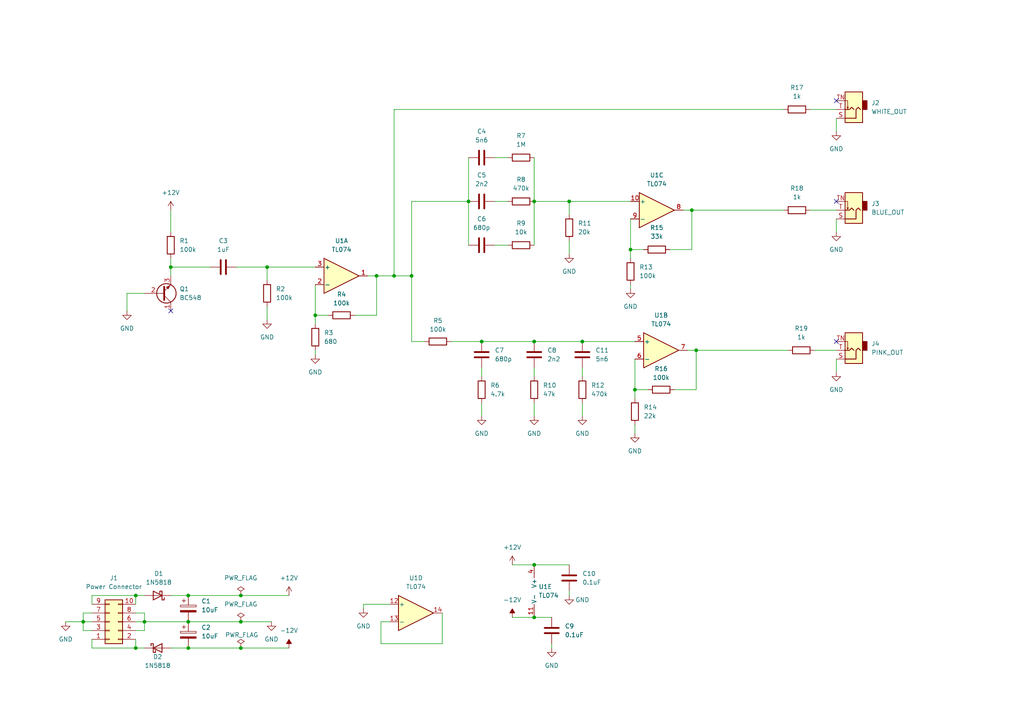
<source format=kicad_sch>
(kicad_sch (version 20211123) (generator eeschema)
  (paper "A4")
  (title_block (title "Noise Module") (rev "REV1") (company "Northridge Devices") (comment 1 "Schematic by Moritz Klien"))
  (lib_symbols
    (symbol "Amplifier_Operational:TL074" (pin_names (offset 0.127))
      (property "Reference" "U" (at 0 5.08 0))
      (property "Value" "TL074" (at 0 -5.08 0))
      (symbol "TL074_1_1"
        (polyline (pts (xy -5.08 5.08) (xy 5.08 0) (xy -5.08 -5.08) (xy -5.08 5.08)) (stroke (width 0.254)) (fill (type background)))
        (pin output line (at 7.62 0 180) (length 2.54) (name "~") (number "1"))
        (pin input line (at -7.62 -2.54 0) (length 2.54) (name "-") (number "2"))
        (pin input line (at -7.62 2.54 0) (length 2.54) (name "+") (number "3"))
      )
      (symbol "TL074_2_1"
        (polyline (pts (xy -5.08 5.08) (xy 5.08 0) (xy -5.08 -5.08) (xy -5.08 5.08)) (stroke (width 0.254)) (fill (type background)))
        (pin input line (at -7.62 2.54 0) (length 2.54) (name "+") (number "5"))
        (pin input line (at -7.62 -2.54 0) (length 2.54) (name "-") (number "6"))
        (pin output line (at 7.62 0 180) (length 2.54) (name "~") (number "7"))
      )
      (symbol "TL074_3_1"
        (polyline (pts (xy -5.08 5.08) (xy 5.08 0) (xy -5.08 -5.08) (xy -5.08 5.08)) (stroke (width 0.254)) (fill (type background)))
        (pin input line (at -7.62 2.54 0) (length 2.54) (name "+") (number "10"))
        (pin output line (at 7.62 0 180) (length 2.54) (name "~") (number "8"))
        (pin input line (at -7.62 -2.54 0) (length 2.54) (name "-") (number "9"))
      )
      (symbol "TL074_4_1"
        (polyline (pts (xy -5.08 5.08) (xy 5.08 0) (xy -5.08 -5.08) (xy -5.08 5.08)) (stroke (width 0.254)) (fill (type background)))
        (pin input line (at -7.62 2.54 0) (length 2.54) (name "+") (number "12"))
        (pin input line (at -7.62 -2.54 0) (length 2.54) (name "-") (number "13"))
        (pin output line (at 7.62 0 180) (length 2.54) (name "~") (number "14"))
      )
      (symbol "TL074_5_1"
        (pin power_in line (at -2.54 -7.62 90) (length 3.81) (name "V-") (number "11"))
        (pin power_in line (at -2.54 7.62 270) (length 3.81) (name "V+") (number "4"))
      )
    )
    (symbol "Connector:AudioJack2_SwitchT"
      (property "Reference" "J" (at 0 8.89 0))
      (property "Value" "AudioJack2_SwitchT" (at 0 6.35 0))
      (symbol "AudioJack2_SwitchT_0_1"
        (rectangle (start -2.54 0) (end -3.81 -2.54) (stroke (width 0.254)) (fill (type outline)))
        (polyline (pts (xy 1.778 -0.254) (xy 2.032 -0.762)))
        (polyline (pts (xy 0 0) (xy 0.635 -0.635) (xy 1.27 0) (xy 2.54 0)) (stroke (width 0.254)))
        (polyline (pts (xy 2.54 -2.54) (xy 1.778 -2.54) (xy 1.778 -0.254) (xy 1.524 -0.762)))
        (polyline (pts (xy 2.54 2.54) (xy -0.635 2.54) (xy -0.635 0) (xy -1.27 -0.635) (xy -1.905 0)) (stroke (width 0.254)))
        (rectangle (start 2.54 3.81) (end -2.54 -5.08) (stroke (width 0.254)) (fill (type background)))
      )
      (symbol "AudioJack2_SwitchT_1_1"
        (pin passive line (at 5.08 2.54 180) (length 2.54) (name "~") (number "S"))
        (pin passive line (at 5.08 0 180) (length 2.54) (name "~") (number "T"))
        (pin passive line (at 5.08 -2.54 180) (length 2.54) (name "~") (number "TN"))
      )
    )
    (symbol "Connector_Generic:Conn_02x05_Odd_Even" (pin_names (offset 1.016) hide)
      (property "Reference" "J" (at 1.27 7.62 0))
      (property "Value" "Conn_02x05_Odd_Even" (at 1.27 -7.62 0))
      (symbol "Conn_02x05_Odd_Even_1_1"
        (rectangle (start -1.27 -4.953) (end 0 -5.207) (stroke (width 0.1524)))
        (rectangle (start -1.27 -2.413) (end 0 -2.667) (stroke (width 0.1524)))
        (rectangle (start -1.27 0.127) (end 0 -0.127) (stroke (width 0.1524)))
        (rectangle (start -1.27 2.667) (end 0 2.413) (stroke (width 0.1524)))
        (rectangle (start -1.27 5.207) (end 0 4.953) (stroke (width 0.1524)))
        (rectangle (start -1.27 6.35) (end 3.81 -6.35) (stroke (width 0.254)) (fill (type background)))
        (rectangle (start 3.81 -4.953) (end 2.54 -5.207) (stroke (width 0.1524)))
        (rectangle (start 3.81 -2.413) (end 2.54 -2.667) (stroke (width 0.1524)))
        (rectangle (start 3.81 0.127) (end 2.54 -0.127) (stroke (width 0.1524)))
        (rectangle (start 3.81 2.667) (end 2.54 2.413) (stroke (width 0.1524)))
        (rectangle (start 3.81 5.207) (end 2.54 4.953) (stroke (width 0.1524)))
        (pin passive line (at -5.08 5.08 0) (length 3.81) (name "Pin_1") (number "1"))
        (pin passive line (at 7.62 -5.08 180) (length 3.81) (name "Pin_10") (number "10"))
        (pin passive line (at 7.62 5.08 180) (length 3.81) (name "Pin_2") (number "2"))
        (pin passive line (at -5.08 2.54 0) (length 3.81) (name "Pin_3") (number "3"))
        (pin passive line (at 7.62 2.54 180) (length 3.81) (name "Pin_4") (number "4"))
        (pin passive line (at -5.08 0 0) (length 3.81) (name "Pin_5") (number "5"))
        (pin passive line (at 7.62 0 180) (length 3.81) (name "Pin_6") (number "6"))
        (pin passive line (at -5.08 -2.54 0) (length 3.81) (name "Pin_7") (number "7"))
        (pin passive line (at 7.62 -2.54 180) (length 3.81) (name "Pin_8") (number "8"))
        (pin passive line (at -5.08 -5.08 0) (length 3.81) (name "Pin_9") (number "9"))
      )
    )
    (symbol "Device:C" (pin_numbers hide) (pin_names (offset 0.254))
      (property "Reference" "C" (at 0.635 2.54 0))
      (property "Value" "C" (at 0.635 -2.54 0))
      (symbol "C_0_1"
        (polyline (pts (xy -2.032 -0.762) (xy 2.032 -0.762)) (stroke (width 0.508)))
        (polyline (pts (xy -2.032 0.762) (xy 2.032 0.762)) (stroke (width 0.508)))
      )
      (symbol "C_1_1"
        (pin passive line (at 0 3.81 270) (length 2.794) (name "~") (number "1"))
        (pin passive line (at 0 -3.81 90) (length 2.794) (name "~") (number "2"))
      )
    )
    (symbol "Device:C_Polarized" (pin_numbers hide) (pin_names (offset 0.254))
      (property "Reference" "C" (at 0.635 2.54 0))
      (property "Value" "C_Polarized" (at 0.635 -2.54 0))
      (symbol "C_Polarized_0_1"
        (rectangle (start -2.286 0.508) (end 2.286 1.016))
        (polyline (pts (xy -1.778 2.286) (xy -0.762 2.286)))
        (polyline (pts (xy -1.27 2.794) (xy -1.27 1.778)))
        (rectangle (start 2.286 -0.508) (end -2.286 -1.016) (fill (type outline)))
      )
      (symbol "C_Polarized_1_1"
        (pin passive line (at 0 3.81 270) (length 2.794) (name "~") (number "1"))
        (pin passive line (at 0 -3.81 90) (length 2.794) (name "~") (number "2"))
      )
    )
    (symbol "Device:R" (pin_numbers hide) (pin_names (offset 0))
      (property "Reference" "R" (at 2.032 0 90))
      (property "Value" "R" (at 0 0 90))
      (symbol "R_0_1"
        (rectangle (start -1.016 -2.54) (end 1.016 2.54) (stroke (width 0.254)))
      )
      (symbol "R_1_1"
        (pin passive line (at 0 3.81 270) (length 1.27) (name "~") (number "1"))
        (pin passive line (at 0 -3.81 90) (length 1.27) (name "~") (number "2"))
      )
    )
    (symbol "Diode:1N5818" (pin_numbers hide) (pin_names (offset 1.016) hide)
      (property "Reference" "D" (at 0 2.54 0))
      (property "Value" "1N5818" (at 0 -2.54 0))
      (symbol "1N5818_0_1"
        (polyline (pts (xy 1.27 0) (xy -1.27 0)))
        (polyline (pts (xy 1.27 1.27) (xy 1.27 -1.27) (xy -1.27 0) (xy 1.27 1.27)) (stroke (width 0.254)))
        (polyline (pts (xy -1.905 0.635) (xy -1.905 1.27) (xy -1.27 1.27) (xy -1.27 -1.27) (xy -0.635 -1.27) (xy -0.635 -0.635)) (stroke (width 0.254)))
      )
      (symbol "1N5818_1_1"
        (pin passive line (at -3.81 0 0) (length 2.54) (name "K") (number "1"))
        (pin passive line (at 3.81 0 180) (length 2.54) (name "A") (number "2"))
      )
    )
    (symbol "Transistor_BJT:BC548" (pin_names (offset 0) hide)
      (property "Reference" "Q" (at 5.08 1.905 0))
      (property "Value" "BC548" (at 5.08 0 0))
      (symbol "BC548_0_1"
        (polyline (pts (xy 0 0) (xy 0.635 0)))
        (polyline (pts (xy 0.635 0.635) (xy 2.54 2.54)))
        (polyline (pts (xy 0.635 -0.635) (xy 2.54 -2.54) (xy 2.54 -2.54)))
        (polyline (pts (xy 0.635 1.905) (xy 0.635 -1.905) (xy 0.635 -1.905)) (stroke (width 0.508)))
        (polyline (pts (xy 1.27 -1.778) (xy 1.778 -1.27) (xy 2.286 -2.286) (xy 1.27 -1.778) (xy 1.27 -1.778)) (fill (type outline)))
        (circle (center 1.27 0) (radius 2.8194) (stroke (width 0.254)))
      )
      (symbol "BC548_1_1"
        (pin passive line (at 2.54 5.08 270) (length 2.54) (name "C") (number "1"))
        (pin input line (at -5.08 0 0) (length 5.08) (name "B") (number "2"))
        (pin passive line (at 2.54 -5.08 90) (length 2.54) (name "E") (number "3"))
      )
    )
    (symbol "power:+12V" (power) (pin_names (offset 0))
      (property "Value" "+12V" (at 0 3.556 0))
      (symbol "+12V_0_1"
        (polyline (pts (xy -0.762 1.27) (xy 0 2.54)))
        (polyline (pts (xy 0 0) (xy 0 2.54)))
        (polyline (pts (xy 0 2.54) (xy 0.762 1.27)))
      )
      (symbol "+12V_1_1"
        (pin power_in line (at 0 0 90) (length 0) hide (name "+12V") (number "1"))
      )
    )
    (symbol "power:-12V" (power) (pin_names (offset 0))
      (property "Value" "-12V" (at 0 3.81 0))
      (symbol "-12V_0_0"
        (pin power_in line (at 0 0 90) (length 0) hide (name "-12V") (number "1"))
      )
      (symbol "-12V_0_1"
        (polyline (pts (xy 0 0) (xy 0 1.27) (xy 0.762 1.27) (xy 0 2.54) (xy -0.762 1.27) (xy 0 1.27)) (fill (type outline)))
      )
    )
    (symbol "power:GND" (power) (pin_names (offset 0))
      (property "Value" "GND" (at 0 -3.81 0))
      (symbol "GND_0_1"
        (polyline (pts (xy 0 0) (xy 0 -1.27) (xy 1.27 -1.27) (xy 0 -2.54) (xy -1.27 -1.27) (xy 0 -1.27)))
      )
      (symbol "GND_1_1"
        (pin power_in line (at 0 0 270) (length 0) hide (name "GND") (number "1"))
      )
    )
    (symbol "power:PWR_FLAG" (power) (pin_numbers hide) (pin_names (offset 0) hide)
      (property "Value" "PWR_FLAG" (at 0 3.81 0))
      (symbol "PWR_FLAG_0_0"
        (pin power_out line (at 0 0 90) (length 0) (name "pwr") (number "1"))
      )
      (symbol "PWR_FLAG_0_1"
        (polyline (pts (xy 0 0) (xy 0 1.27) (xy -1.016 1.905) (xy 0 2.54) (xy 1.016 1.905) (xy 0 1.27)))
      )
    )
  )
  (junction (at 77.47 77.47))
  (junction (at 109.22 80.01))
  (junction (at 69.85 180.34))
  (junction (at 182.88 72.39))
  (junction (at 201.93 101.6))
  (junction (at 119.38 80.01))
  (junction (at 54.61 172.72))
  (junction (at 24.13 180.34))
  (junction (at 200.66 60.96))
  (junction (at 69.85 187.96))
  (junction (at 184.15 113.03))
  (junction (at 154.94 58.42))
  (junction (at 154.94 163.83))
  (junction (at 39.37 172.72))
  (junction (at 49.53 77.47))
  (junction (at 135.89 58.42))
  (junction (at 41.91 180.34))
  (junction (at 39.37 187.96))
  (junction (at 54.61 180.34))
  (junction (at 165.1 58.42))
  (junction (at 114.3 80.01))
  (junction (at 154.94 99.06))
  (junction (at 139.7 99.06))
  (junction (at 154.94 179.07))
  (junction (at 168.91 99.06))
  (junction (at 54.61 187.96))
  (junction (at 69.85 172.72))
  (junction (at 91.44 91.44))
  (no_connect (at 242.57 29.21))
  (no_connect (at 242.57 99.06))
  (no_connect (at 242.57 58.42))
  (no_connect (at 49.53 90.17))
  (wire (pts (xy 77.47 77.47) (xy 77.47 81.28)))
  (wire (pts (xy 184.15 123.19) (xy 184.15 125.73)))
  (wire (pts (xy 184.15 113.03) (xy 184.15 115.57)))
  (wire (pts (xy 24.13 180.34) (xy 24.13 182.88)))
  (wire (pts (xy 54.61 187.96) (xy 69.85 187.96)))
  (wire (pts (xy 154.94 99.06) (xy 168.91 99.06)))
  (wire (pts (xy 26.67 177.8) (xy 24.13 177.8)))
  (wire (pts (xy 201.93 101.6) (xy 201.93 113.03)))
  (wire (pts (xy 49.53 77.47) (xy 60.96 77.47)))
  (wire (pts (xy 109.22 91.44) (xy 102.87 91.44)))
  (wire (pts (xy 49.53 187.96) (xy 54.61 187.96)))
  (wire (pts (xy 110.49 186.69) (xy 128.27 186.69)))
  (wire (pts (xy 154.94 58.42) (xy 165.1 58.42)))
  (wire (pts (xy 200.66 60.96) (xy 227.33 60.96)))
  (wire (pts (xy 49.53 74.93) (xy 49.53 77.47)))
  (wire (pts (xy 105.41 175.26) (xy 113.03 175.26)))
  (wire (pts (xy 41.91 182.88) (xy 41.91 180.34)))
  (wire (pts (xy 119.38 80.01) (xy 119.38 99.06)))
  (wire (pts (xy 114.3 80.01) (xy 119.38 80.01)))
  (wire (pts (xy 26.67 175.26) (xy 26.67 172.72)))
  (wire (pts (xy 106.68 80.01) (xy 109.22 80.01)))
  (wire (pts (xy 184.15 104.14) (xy 184.15 113.03)))
  (wire (pts (xy 168.91 99.06) (xy 184.15 99.06)))
  (wire (pts (xy 91.44 91.44) (xy 95.25 91.44)))
  (wire (pts (xy 68.58 77.47) (xy 77.47 77.47)))
  (wire (pts (xy 41.91 180.34) (xy 41.91 177.8)))
  (wire (pts (xy 143.51 45.72) (xy 147.32 45.72)))
  (wire (pts (xy 143.51 58.42) (xy 147.32 58.42)))
  (wire (pts (xy 114.3 31.75) (xy 114.3 80.01)))
  (wire (pts (xy 139.7 99.06) (xy 154.94 99.06)))
  (wire (pts (xy 49.53 77.47) (xy 49.53 80.01)))
  (wire (pts (xy 168.91 106.68) (xy 168.91 109.22)))
  (wire (pts (xy 114.3 31.75) (xy 227.33 31.75)))
  (wire (pts (xy 139.7 116.84) (xy 139.7 120.65)))
  (wire (pts (xy 154.94 116.84) (xy 154.94 120.65)))
  (wire (pts (xy 182.88 63.5) (xy 182.88 72.39)))
  (wire (pts (xy 69.85 172.72) (xy 83.82 172.72)))
  (wire (pts (xy 26.67 185.42) (xy 26.67 187.96)))
  (wire (pts (xy 148.59 179.07) (xy 154.94 179.07)))
  (wire (pts (xy 39.37 187.96) (xy 41.91 187.96)))
  (wire (pts (xy 154.94 163.83) (xy 165.1 163.83)))
  (wire (pts (xy 69.85 187.96) (xy 83.82 187.96)))
  (wire (pts (xy 41.91 85.09) (xy 36.83 85.09)))
  (wire (pts (xy 119.38 58.42) (xy 135.89 58.42)))
  (wire (pts (xy 41.91 180.34) (xy 39.37 180.34)))
  (wire (pts (xy 77.47 77.47) (xy 91.44 77.47)))
  (wire (pts (xy 135.89 58.42) (xy 135.89 71.12)))
  (wire (pts (xy 26.67 187.96) (xy 39.37 187.96)))
  (wire (pts (xy 200.66 60.96) (xy 200.66 72.39)))
  (wire (pts (xy 154.94 58.42) (xy 154.94 71.12)))
  (wire (pts (xy 128.27 186.69) (xy 128.27 177.8)))
  (wire (pts (xy 41.91 177.8) (xy 39.37 177.8)))
  (wire (pts (xy 54.61 172.72) (xy 69.85 172.72)))
  (wire (pts (xy 54.61 180.34) (xy 69.85 180.34)))
  (wire (pts (xy 165.1 58.42) (xy 182.88 58.42)))
  (wire (pts (xy 36.83 85.09) (xy 36.83 90.17)))
  (wire (pts (xy 139.7 106.68) (xy 139.7 109.22)))
  (wire (pts (xy 77.47 88.9) (xy 77.47 92.71)))
  (wire (pts (xy 110.49 180.34) (xy 110.49 186.69)))
  (wire (pts (xy 39.37 182.88) (xy 41.91 182.88)))
  (wire (pts (xy 242.57 104.14) (xy 242.57 107.95)))
  (wire (pts (xy 154.94 45.72) (xy 154.94 58.42)))
  (wire (pts (xy 49.53 172.72) (xy 54.61 172.72)))
  (wire (pts (xy 168.91 116.84) (xy 168.91 120.65)))
  (wire (pts (xy 91.44 91.44) (xy 91.44 93.98)))
  (wire (pts (xy 236.22 101.6) (xy 242.57 101.6)))
  (wire (pts (xy 234.95 60.96) (xy 242.57 60.96)))
  (wire (pts (xy 182.88 82.55) (xy 182.88 83.82)))
  (wire (pts (xy 154.94 179.07) (xy 160.02 179.07)))
  (wire (pts (xy 49.53 60.96) (xy 49.53 67.31)))
  (wire (pts (xy 91.44 82.55) (xy 91.44 91.44)))
  (wire (pts (xy 201.93 101.6) (xy 228.6 101.6)))
  (wire (pts (xy 109.22 80.01) (xy 114.3 80.01)))
  (wire (pts (xy 200.66 72.39) (xy 194.31 72.39)))
  (wire (pts (xy 143.51 71.12) (xy 147.32 71.12)))
  (wire (pts (xy 184.15 113.03) (xy 187.96 113.03)))
  (wire (pts (xy 182.88 72.39) (xy 182.88 74.93)))
  (wire (pts (xy 39.37 187.96) (xy 39.37 185.42)))
  (wire (pts (xy 165.1 58.42) (xy 165.1 62.23)))
  (wire (pts (xy 154.94 106.68) (xy 154.94 109.22)))
  (wire (pts (xy 24.13 177.8) (xy 24.13 180.34)))
  (wire (pts (xy 24.13 182.88) (xy 26.67 182.88)))
  (wire (pts (xy 165.1 172.72) (xy 165.1 171.45)))
  (wire (pts (xy 105.41 176.53) (xy 105.41 175.26)))
  (wire (pts (xy 199.39 101.6) (xy 201.93 101.6)))
  (wire (pts (xy 160.02 187.96) (xy 160.02 186.69)))
  (wire (pts (xy 242.57 34.29) (xy 242.57 38.1)))
  (wire (pts (xy 242.57 63.5) (xy 242.57 67.31)))
  (wire (pts (xy 119.38 99.06) (xy 123.19 99.06)))
  (wire (pts (xy 69.85 180.34) (xy 78.74 180.34)))
  (wire (pts (xy 234.95 31.75) (xy 242.57 31.75)))
  (wire (pts (xy 24.13 180.34) (xy 26.67 180.34)))
  (wire (pts (xy 198.12 60.96) (xy 200.66 60.96)))
  (wire (pts (xy 41.91 180.34) (xy 54.61 180.34)))
  (wire (pts (xy 39.37 172.72) (xy 39.37 175.26)))
  (wire (pts (xy 201.93 113.03) (xy 195.58 113.03)))
  (wire (pts (xy 130.81 99.06) (xy 139.7 99.06)))
  (wire (pts (xy 165.1 69.85) (xy 165.1 73.66)))
  (wire (pts (xy 113.03 180.34) (xy 110.49 180.34)))
  (wire (pts (xy 182.88 72.39) (xy 186.69 72.39)))
  (wire (pts (xy 148.59 163.83) (xy 154.94 163.83)))
  (wire (pts (xy 26.67 172.72) (xy 39.37 172.72)))
  (wire (pts (xy 39.37 172.72) (xy 41.91 172.72)))
  (wire (pts (xy 91.44 101.6) (xy 91.44 102.87)))
  (wire (pts (xy 109.22 80.01) (xy 109.22 91.44)))
  (wire (pts (xy 19.05 180.34) (xy 24.13 180.34)))
  (wire (pts (xy 119.38 80.01) (xy 119.38 58.42)))
  (wire (pts (xy 135.89 45.72) (xy 135.89 58.42)))
  (symbol (lib_id "Device:R") (at 127 99.06 90) (mirror x) (unit 1)
    (property "Reference" "R5" (at 127 92.998 90))
    (property "Value" "100k" (at 127 95.538 90))
    (property "Footprint" "Resistor_THT:R_Axial_DIN0207_L6.3mm_D2.5mm_P10.16mm_Horizontal" (effects hide))
    (property "Manufacturer" "Royal Ohm" (effects hide))
    (property "Manufacturer Part No." "MF0W4FF1003A50" (effects hide))
    (property "Supplier" "Tayda" (effects hide))
    (property "Supplier Part No." "A-2248" (effects hide))
  )
  (symbol (lib_id "power:GND") (at 36.83 90.17 0) (unit 1)
    (property "Reference" "#PWR02" (effects hide))
    (property "Value" "GND" (at 36.83 95.25 0))
  )
  (symbol (lib_id "Device:R") (at 99.06 91.44 90) (mirror x) (unit 1)
    (property "Reference" "R4" (at 99.06 85.378 90))
    (property "Value" "100k" (at 99.06 87.918 90))
    (property "Footprint" "Resistor_THT:R_Axial_DIN0207_L6.3mm_D2.5mm_P10.16mm_Horizontal" (effects hide))
    (property "Manufacturer" "Royal Ohm" (effects hide))
    (property "Manufacturer Part No." "MF0W4FF1003A50" (effects hide))
    (property "Supplier" "Tayda" (effects hide))
    (property "Supplier Part No." "A-2248" (effects hide))
  )
  (symbol (lib_id "Amplifier_Operational:TL074") (at 120.65 177.8 0) (unit 4)
    (property "Reference" "U1" (at 120.65 167.64 0))
    (property "Value" "TL074" (at 120.65 170.18 0))
    (property "Footprint" "Package_DIP:DIP-14_W7.62mm_Socket" (effects hide))
    (property "Datasheet" "http://www.ti.com/lit/ds/symlink/tl071.pdf" (effects hide))
    (property "Supplier" "Tayda" (effects hide))
    (property "Manufacturer" "VARIOUS" (effects hide))
    (property "Manufacturer Part No." "TL074CN" (effects hide))
    (property "Supplier Part No." "A-1138" (effects hide))
  )
  (symbol (lib_id "Device:R") (at 182.88 78.74 0) (unit 1)
    (property "Reference" "R13" (at 185.42 77.4699 0) (effects (justify left)))
    (property "Value" "100k" (at 185.42 80.0099 0) (effects (justify left)))
    (property "Footprint" "Resistor_THT:R_Axial_DIN0207_L6.3mm_D2.5mm_P10.16mm_Horizontal" (effects hide))
    (property "Supplier" "Tayda" (effects hide))
    (property "Manufacturer" "Royal Ohm" (effects hide))
    (property "Manufacturer Part No." "MF0W4FF1003A50" (effects hide))
    (property "Supplier Part No." "A-2248" (effects hide))
  )
  (symbol (lib_id "power:GND") (at 91.44 102.87 0) (unit 1)
    (property "Reference" "#PWR08" (effects hide))
    (property "Value" "GND" (at 91.44 107.95 0))
  )
  (symbol (lib_id "power:+12V") (at 148.59 163.83 0) (unit 1)
    (property "Reference" "#PWR011" (effects hide))
    (property "Value" "+12V" (at 148.59 158.75 0))
  )
  (symbol (lib_id "Device:C") (at 139.7 71.12 90) (unit 1)
    (property "Reference" "C6" (at 139.7 63.5 90))
    (property "Value" "680p" (at 139.7 66.04 90))
    (property "Footprint" "Capacitor_THT:C_Rect_L7.2mm_W5.5mm_P5.00mm_FKS2_FKP2_MKS2_MKP2" (effects hide))
    (property "Comment" "Film" (effects hide))
    (property "Supplier" "Mouser" (effects hide))
    (property "Manufacturer" "WIMA" (effects hide))
    (property "Manufacturer Part No." "FKP2O106801G00JSSD " (effects hide))
    (property "Supplier Part No." " 505-FKP2680/1000/5 " (effects hide))
  )
  (symbol (lib_id "Connector:AudioJack2_SwitchT") (at 247.65 60.96 180) (unit 1)
    (property "Reference" "J3" (at 252.73 59.0549 0) (effects (justify right)))
    (property "Value" "BLUE_OUT" (at 252.73 61.5949 0) (effects (justify right)))
    (property "Footprint" "Tayda_Jacks:PJ-323M" (effects hide))
    (property "Supplier" "Tayda" (effects hide))
    (property "Manufacturer" "Tayda" (effects hide))
    (property "Manufacturer Part No." "PJ-323M" (effects hide))
    (property "Supplier Part No." "A-2557" (effects hide))
  )
  (symbol (lib_id "Device:C") (at 139.7 102.87 180) (unit 1)
    (property "Reference" "C7" (at 143.51 101.5999 0) (effects (justify right)))
    (property "Value" "680p" (at 143.51 104.1399 0) (effects (justify right)))
    (property "Footprint" "Capacitor_THT:C_Rect_L7.2mm_W5.5mm_P5.00mm_FKS2_FKP2_MKS2_MKP2" (effects hide))
    (property "Comment" "Film" (effects hide))
    (property "Supplier" "Mouser" (effects hide))
    (property "Manufacturer" "WIMA" (effects hide))
    (property "Manufacturer Part No." "FKP2O106801G00JSSD " (effects hide))
    (property "Supplier Part No." " 505-FKP2680/1000/5 " (effects hide))
  )
  (symbol (lib_id "Connector:AudioJack2_SwitchT") (at 247.65 31.75 180) (unit 1)
    (property "Reference" "J2" (at 252.73 29.8449 0) (effects (justify right)))
    (property "Value" "WHITE_OUT" (at 252.73 32.3849 0) (effects (justify right)))
    (property "Footprint" "Tayda_Jacks:PJ-323M" (effects hide))
    (property "Supplier" "Tayda" (effects hide))
    (property "Manufacturer" "Tayda" (effects hide))
    (property "Manufacturer Part No." "PJ-323M" (effects hide))
    (property "Supplier Part No." "A-2557" (effects hide))
  )
  (symbol (lib_id "power:GND") (at 165.1 172.72 0) (unit 1)
    (property "Reference" "#PWR016" (effects hide))
    (property "Value" "GND" (at 168.91 173.99 0))
  )
  (symbol (lib_id "Device:C") (at 139.7 45.72 90) (unit 1)
    (property "Reference" "C4" (at 139.7 38.1 90))
    (property "Value" "5n6" (at 139.7 40.64 90))
    (property "Footprint" "Capacitor_THT:C_Rect_L7.2mm_W2.5mm_P5.00mm_FKS2_FKP2_MKS2_MKP2" (effects hide))
    (property "Comment" "Film" (effects hide))
    (property "Supplier" "Tayda" (effects hide))
    (property "Manufacturer" "ARCOTRONICS" (effects hide))
    (property "Manufacturer Part No." "5.6nF/100V" (effects hide))
    (property "Supplier Part No." "A-423" (effects hide))
  )
  (symbol (lib_id "power:+12V") (at 83.82 172.72 0) (unit 1)
    (property "Reference" "#PWR06" (effects hide))
    (property "Value" "+12V" (at 83.82 167.64 0))
  )
  (symbol (lib_id "power:GND") (at 154.94 120.65 0) (unit 1)
    (property "Reference" "#PWR013" (effects hide))
    (property "Value" "GND" (at 154.94 125.73 0))
  )
  (symbol (lib_id "Diode:1N5818") (at 45.72 187.96 0) (unit 1)
    (property "Reference" "D2" (at 45.72 190.5 0))
    (property "Value" "1N5818" (at 45.72 193.04 0))
    (property "Footprint" "Diode_THT:D_DO-41_SOD81_P10.16mm_Horizontal" (effects hide))
    (property "Datasheet" "http://www.vishay.com/docs/88525/1n5817.pdf" (effects hide))
    (property "Supplier" "Tayda" (effects hide))
    (property "Manufacturer" "TEC" (effects hide))
    (property "Manufacturer Part No." "1N5817" (effects hide))
    (property "Supplier Part No." "A-252" (effects hide))
  )
  (symbol (lib_id "power:GND") (at 242.57 38.1 0) (unit 1)
    (property "Reference" "#PWR020" (effects hide))
    (property "Value" "GND" (at 242.57 43.18 0))
  )
  (symbol (lib_id "Connector:AudioJack2_SwitchT") (at 247.65 101.6 180) (unit 1)
    (property "Reference" "J4" (at 252.73 99.6949 0) (effects (justify right)))
    (property "Value" "PINK_OUT" (at 252.73 102.2349 0) (effects (justify right)))
    (property "Footprint" "Tayda_Jacks:PJ-323M" (effects hide))
    (property "Supplier" "Tayda" (effects hide))
    (property "Manufacturer" "Tayda" (effects hide))
    (property "Manufacturer Part No." "PJ-323M" (effects hide))
    (property "Supplier Part No." "A-2557" (effects hide))
  )
  (symbol (lib_id "Transistor_BJT:BC548") (at 46.99 85.09 0) (mirror x) (unit 1)
    (property "Reference" "Q1" (at 52.07 83.8199 0) (effects (justify left)))
    (property "Value" "BC548" (at 52.07 86.3599 0) (effects (justify left)))
    (property "Footprint" "Package_TO_SOT_THT:TO-92_Inline" (effects hide))
    (property "Datasheet" "https://www.onsemi.com/pub/Collateral/BC550-D.pdf" (effects hide))
    (property "Supplier" "Tayda" (effects hide))
    (property "Manufacturer" "KEC" (effects hide))
    (property "Manufacturer Part No." "BC548B" (effects hide))
    (property "Supplier Part No." "A-141" (effects hide))
  )
  (symbol (lib_id "Device:R") (at 151.13 58.42 90) (mirror x) (unit 1)
    (property "Reference" "R8" (at 151.13 52.07 90))
    (property "Value" "470k" (at 151.13 54.61 90))
    (property "Footprint" "Resistor_THT:R_Axial_DIN0207_L6.3mm_D2.5mm_P10.16mm_Horizontal" (effects hide))
    (property "Manufacturer" "Royal Ohm" (effects hide))
    (property "Manufacturer Part No." "MF0W4FF4703A50" (effects hide))
    (property "Supplier" "Tayda" (effects hide))
    (property "Supplier Part No." "A-2180" (effects hide))
  )
  (symbol (lib_id "Device:C_Polarized") (at 54.61 176.53 0) (unit 1)
    (property "Reference" "C1" (at 58.42 174.3709 0) (effects (justify left)))
    (property "Value" "10uF" (at 58.42 176.9109 0) (effects (justify left)))
    (property "Footprint" "Capacitor_THT:CP_Radial_D5.0mm_P2.00mm" (effects hide))
    (property "Supplier" "Tayda" (effects hide))
    (property "Manufacturer" "AISHI" (effects hide))
    (property "Manufacturer Part No." "WK1CM100D11OT" (effects hide))
    (property "Supplier Part No." "A-3931" (effects hide))
    (property "Comment" "Electrolytic" (effects hide))
  )
  (symbol (lib_id "power:-12V") (at 148.59 179.07 0) (unit 1)
    (property "Reference" "#PWR012" (effects hide))
    (property "Value" "-12V" (at 148.59 173.99 0))
  )
  (symbol (lib_id "power:GND") (at 184.15 125.73 0) (unit 1)
    (property "Reference" "#PWR019" (effects hide))
    (property "Value" "GND" (at 184.15 130.81 0))
  )
  (symbol (lib_id "power:GND") (at 139.7 120.65 0) (unit 1)
    (property "Reference" "#PWR010" (effects hide))
    (property "Value" "GND" (at 139.7 125.73 0))
  )
  (symbol (lib_id "Device:R") (at 231.14 60.96 90) (unit 1)
    (property "Reference" "R18" (at 231.14 54.61 90))
    (property "Value" "1k" (at 231.14 57.15 90))
    (property "Footprint" "Resistor_THT:R_Axial_DIN0207_L6.3mm_D2.5mm_P10.16mm_Horizontal" (effects hide))
    (property "Supplier" "Tayda" (effects hide))
    (property "Manufacturer" "Royal Ohm" (effects hide))
    (property "Manufacturer Part No." "MF0W4FF1001A50" (effects hide))
    (property "Supplier Part No." "A-2200" (effects hide))
  )
  (symbol (lib_id "Device:R") (at 49.53 71.12 0) (mirror y) (unit 1)
    (property "Reference" "R1" (at 52.07 69.8499 0) (effects (justify right)))
    (property "Value" "100k" (at 52.07 72.3899 0) (effects (justify right)))
    (property "Footprint" "Resistor_THT:R_Axial_DIN0207_L6.3mm_D2.5mm_P10.16mm_Horizontal" (effects hide))
    (property "Manufacturer" "Royal Ohm" (effects hide))
    (property "Manufacturer Part No." "MF0W4FF1003A50" (effects hide))
    (property "Supplier" "Tayda" (effects hide))
    (property "Supplier Part No." "A-2248" (effects hide))
  )
  (symbol (lib_id "Amplifier_Operational:TL074") (at 157.48 171.45 0) (unit 5)
    (property "Reference" "U1" (at 156.21 170.1799 0) (effects (justify left)))
    (property "Value" "TL074" (at 156.21 172.7199 0) (effects (justify left)))
    (property "Footprint" "Package_DIP:DIP-14_W7.62mm_Socket" (effects hide))
    (property "Datasheet" "http://www.ti.com/lit/ds/symlink/tl071.pdf" (effects hide))
    (property "Supplier" "Tayda" (effects hide))
    (property "Manufacturer" "VARIOUS" (effects hide))
    (property "Manufacturer Part No." "TL074CN" (effects hide))
    (property "Supplier Part No." "A-1138" (effects hide))
  )
  (symbol (lib_id "Device:R") (at 191.77 113.03 90) (mirror x) (unit 1)
    (property "Reference" "R16" (at 191.77 106.968 90))
    (property "Value" "100k" (at 191.77 109.508 90))
    (property "Footprint" "Resistor_THT:R_Axial_DIN0207_L6.3mm_D2.5mm_P10.16mm_Horizontal" (effects hide))
    (property "Manufacturer" "Royal Ohm" (effects hide))
    (property "Manufacturer Part No." "MF0W4FF1003A50" (effects hide))
    (property "Supplier" "Tayda" (effects hide))
    (property "Supplier Part No." "A-2248" (effects hide))
  )
  (symbol (lib_id "Amplifier_Operational:TL074") (at 99.06 80.01 0) (unit 1)
    (property "Reference" "U1" (at 99.06 69.85 0))
    (property "Value" "TL074" (at 99.06 72.39 0))
    (property "Footprint" "Package_DIP:DIP-14_W7.62mm_Socket" (effects hide))
    (property "Datasheet" "http://www.ti.com/lit/ds/symlink/tl071.pdf" (effects hide))
    (property "Supplier" "Tayda" (effects hide))
    (property "Manufacturer" "VARIOUS" (effects hide))
    (property "Manufacturer Part No." "TL074CN" (effects hide))
    (property "Supplier Part No." "A-1138" (effects hide))
  )
  (symbol (lib_id "Device:R") (at 165.1 66.04 0) (mirror y) (unit 1)
    (property "Reference" "R11" (at 167.64 64.7699 0) (effects (justify right)))
    (property "Value" "20k" (at 167.64 67.3099 0) (effects (justify right)))
    (property "Footprint" "Resistor_THT:R_Axial_DIN0207_L6.3mm_D2.5mm_P10.16mm_Horizontal" (effects hide))
    (property "Manufacturer" "Royal Ohm" (effects hide))
    (property "Manufacturer Part No." "MF0W4FF2002A50" (effects hide))
    (property "Supplier" "Tayda" (effects hide))
    (property "Supplier Part No." "A-2339" (effects hide))
  )
  (symbol (lib_id "Device:C_Polarized") (at 54.61 184.15 0) (unit 1)
    (property "Reference" "C2" (at 58.42 181.9909 0) (effects (justify left)))
    (property "Value" "10uF" (at 58.42 184.5309 0) (effects (justify left)))
    (property "Footprint" "Capacitor_THT:CP_Radial_D5.0mm_P2.00mm" (effects hide))
    (property "Supplier" "Tayda" (effects hide))
    (property "Manufacturer" "AISHI" (effects hide))
    (property "Manufacturer Part No." "WK1CM100D11OT" (effects hide))
    (property "Supplier Part No." "A-3931" (effects hide))
    (property "Comment" "Electrolytic" (effects hide))
  )
  (symbol (lib_id "power:-12V") (at 83.82 187.96 0) (unit 1)
    (property "Reference" "#PWR07" (effects hide))
    (property "Value" "-12V" (at 83.82 182.88 0))
  )
  (symbol (lib_id "Amplifier_Operational:TL074") (at 190.5 60.96 0) (unit 3)
    (property "Reference" "U1" (at 190.5 50.8 0))
    (property "Value" "TL074" (at 190.5 53.34 0))
    (property "Footprint" "Package_DIP:DIP-14_W7.62mm_Socket" (effects hide))
    (property "Datasheet" "http://www.ti.com/lit/ds/symlink/tl071.pdf" (effects hide))
    (property "Supplier" "Tayda" (effects hide))
    (property "Manufacturer" "VARIOUS" (effects hide))
    (property "Manufacturer Part No." "TL074CN" (effects hide))
    (property "Supplier Part No." "A-1138" (effects hide))
  )
  (symbol (lib_id "Device:C") (at 139.7 58.42 90) (unit 1)
    (property "Reference" "C5" (at 139.7 50.8 90))
    (property "Value" "2n2" (at 139.7 53.34 90))
    (property "Footprint" "Capacitor_THT:C_Rect_L7.2mm_W2.5mm_P5.00mm_FKS2_FKP2_MKS2_MKP2" (effects hide))
    (property "Comment" "Film" (effects hide))
    (property "Supplier" "Tayda" (effects hide))
    (property "Supplier Part No." "A-935" (effects hide))
    (property "Manufacturer" "WIMA" (effects hide))
    (property "Manufacturer Part No." "FKS2D012201A00JSSD" (effects hide))
  )
  (symbol (lib_id "Device:C") (at 165.1 167.64 0) (unit 1)
    (property "Reference" "C10" (at 168.91 166.3699 0) (effects (justify left)))
    (property "Value" "0.1uF" (at 168.91 168.9099 0) (effects (justify left)))
    (property "Footprint" "Capacitor_THT:C_Disc_D5.0mm_W2.5mm_P2.50mm" (effects hide))
    (property "Supplier" "Tayda" (effects hide))
    (property "Manufacturer" "AEC" (effects hide))
    (property "Manufacturer Part No." "0.1uF 50V Ceramic Disc Capacitor" (effects hide))
    (property "Supplier Part No." "A-4008" (effects hide))
    (property "Comment" "Ceramic" (effects hide))
  )
  (symbol (lib_id "Device:R") (at 232.41 101.6 90) (unit 1)
    (property "Reference" "R19" (at 232.41 95.25 90))
    (property "Value" "1k" (at 232.41 97.79 90))
    (property "Footprint" "Resistor_THT:R_Axial_DIN0207_L6.3mm_D2.5mm_P10.16mm_Horizontal" (effects hide))
    (property "Supplier" "Tayda" (effects hide))
    (property "Manufacturer" "Royal Ohm" (effects hide))
    (property "Manufacturer Part No." "MF0W4FF1001A50" (effects hide))
    (property "Supplier Part No." "A-2200" (effects hide))
  )
  (symbol (lib_id "power:GND") (at 105.41 176.53 0) (unit 1)
    (property "Reference" "#PWR09" (effects hide))
    (property "Value" "GND" (at 105.41 181.61 0))
  )
  (symbol (lib_id "Device:C") (at 64.77 77.47 90) (unit 1)
    (property "Reference" "C3" (at 64.77 69.85 90))
    (property "Value" "1uF" (at 64.77 72.39 90))
    (property "Footprint" "Capacitor_THT:C_Rect_L7.2mm_W3.5mm_P5.00mm_FKS2_FKP2_MKS2_MKP2" (effects hide))
    (property "Comment" "Film" (effects hide))
    (property "Manufacturer" "WIMA" (effects hide))
    (property "Manufacturer Part No." "MKS2B041001C00KSSD" (effects hide))
    (property "Supplier" "Tayda" (effects hide))
    (property "Supplier Part No." "A-3290" (effects hide))
  )
  (symbol (lib_id "Device:C") (at 168.91 102.87 180) (unit 1)
    (property "Reference" "C11" (at 172.72 101.5999 0) (effects (justify right)))
    (property "Value" "5n6" (at 172.72 104.1399 0) (effects (justify right)))
    (property "Footprint" "Capacitor_THT:C_Rect_L7.2mm_W2.5mm_P5.00mm_FKS2_FKP2_MKS2_MKP2" (effects hide))
    (property "Comment" "Film" (effects hide))
    (property "Supplier" "Tayda" (effects hide))
    (property "Manufacturer" "ARCOTRONICS" (effects hide))
    (property "Manufacturer Part No." "5.6nF/100V" (effects hide))
    (property "Supplier Part No." "A-423" (effects hide))
  )
  (symbol (lib_id "Connector_Generic:Conn_02x05_Odd_Even") (at 31.75 180.34 0) (mirror x) (unit 1)
    (property "Reference" "J1" (at 33.02 167.64 0))
    (property "Value" "Power Connector" (at 33.02 170.18 0))
    (property "Footprint" "Connector_IDC:IDC-Header_2x05_P2.54mm_Vertical" (effects hide))
    (property "Manufacturer" "ULO Group" (effects hide))
    (property "Manufacturer Part No." "BHD10PHZT" (effects hide))
    (property "Supplier" "Tayda" (effects hide))
    (property "Supplier Part No." "A-2939" (effects hide))
  )
  (symbol (lib_id "power:GND") (at 182.88 83.82 0) (unit 1)
    (property "Reference" "#PWR018" (effects hide))
    (property "Value" "GND" (at 182.88 88.9 0))
  )
  (symbol (lib_id "power:+12V") (at 49.53 60.96 0) (unit 1)
    (property "Reference" "#PWR03" (effects hide))
    (property "Value" "+12V" (at 49.53 55.88 0))
  )
  (symbol (lib_id "Device:R") (at 139.7 113.03 0) (unit 1)
    (property "Reference" "R6" (at 142.24 111.7599 0) (effects (justify left)))
    (property "Value" "4.7k" (at 142.24 114.2999 0) (effects (justify left)))
    (property "Footprint" "Resistor_THT:R_Axial_DIN0207_L6.3mm_D2.5mm_P10.16mm_Horizontal" (effects hide))
    (property "Supplier" "Tayda" (effects hide))
    (property "Manufacturer" "Royal Ohm" (effects hide))
    (property "Manufacturer Part No." "MF0W4FF4701A50" (effects hide))
    (property "Supplier Part No." "A-2310" (effects hide))
  )
  (symbol (lib_id "power:GND") (at 242.57 67.31 0) (unit 1)
    (property "Reference" "#PWR021" (effects hide))
    (property "Value" "GND" (at 242.57 72.39 0))
  )
  (symbol (lib_id "power:GND") (at 19.05 180.34 0) (unit 1)
    (property "Reference" "#PWR01" (effects hide))
    (property "Value" "GND" (at 19.05 185.42 0))
  )
  (symbol (lib_id "Device:R") (at 151.13 71.12 90) (mirror x) (unit 1)
    (property "Reference" "R9" (at 151.13 64.77 90))
    (property "Value" "10k" (at 151.13 67.31 90))
    (property "Footprint" "Resistor_THT:R_Axial_DIN0207_L6.3mm_D2.5mm_P10.16mm_Horizontal" (effects hide))
    (property "Manufacturer" "Royal Ohm" (effects hide))
    (property "Manufacturer Part No." "MF0W4FF1002A50" (effects hide))
    (property "Supplier" "Tayda" (effects hide))
    (property "Supplier Part No." "A-2203" (effects hide))
  )
  (symbol (lib_id "power:PWR_FLAG") (at 69.85 172.72 0) (unit 1)
    (property "Reference" "#FLG01" (effects hide))
    (property "Value" "PWR_FLAG" (at 69.85 167.64 0))
  )
  (symbol (lib_id "Device:C") (at 160.02 182.88 0) (unit 1)
    (property "Reference" "C9" (at 163.83 181.6099 0) (effects (justify left)))
    (property "Value" "0.1uF" (at 163.83 184.1499 0) (effects (justify left)))
    (property "Footprint" "Capacitor_THT:C_Disc_D5.0mm_W2.5mm_P2.50mm" (effects hide))
    (property "Supplier" "Tayda" (effects hide))
    (property "Manufacturer" "AEC" (effects hide))
    (property "Manufacturer Part No." "0.1uF 50V Ceramic Disc Capacitor" (effects hide))
    (property "Supplier Part No." "A-4008" (effects hide))
    (property "Comment" "Ceramic" (effects hide))
  )
  (symbol (lib_id "Device:R") (at 154.94 113.03 0) (unit 1)
    (property "Reference" "R10" (at 157.48 111.7599 0) (effects (justify left)))
    (property "Value" "47k" (at 157.48 114.2999 0) (effects (justify left)))
    (property "Footprint" "Resistor_THT:R_Axial_DIN0207_L6.3mm_D2.5mm_P10.16mm_Horizontal" (effects hide))
    (property "Supplier" "Tayda" (effects hide))
    (property "Manufacturer" "Royal Ohm" (effects hide))
    (property "Manufacturer Part No." "MF0W4FF4702A50" (effects hide))
    (property "Supplier Part No." "A-2279" (effects hide))
  )
  (symbol (lib_id "power:PWR_FLAG") (at 69.85 180.34 0) (unit 1)
    (property "Reference" "#FLG02" (effects hide))
    (property "Value" "PWR_FLAG" (at 69.85 175.26 0))
  )
  (symbol (lib_id "Device:R") (at 231.14 31.75 90) (unit 1)
    (property "Reference" "R17" (at 231.14 25.4 90))
    (property "Value" "1k" (at 231.14 27.94 90))
    (property "Footprint" "Resistor_THT:R_Axial_DIN0207_L6.3mm_D2.5mm_P10.16mm_Horizontal" (effects hide))
    (property "Supplier" "Tayda" (effects hide))
    (property "Manufacturer" "Royal Ohm" (effects hide))
    (property "Manufacturer Part No." "MF0W4FF1001A50" (effects hide))
    (property "Supplier Part No." "A-2200" (effects hide))
  )
  (symbol (lib_id "power:GND") (at 242.57 107.95 0) (unit 1)
    (property "Reference" "#PWR022" (effects hide))
    (property "Value" "GND" (at 242.57 113.03 0))
  )
  (symbol (lib_id "power:GND") (at 168.91 120.65 0) (unit 1)
    (property "Reference" "#PWR017" (effects hide))
    (property "Value" "GND" (at 168.91 125.73 0))
  )
  (symbol (lib_id "Device:R") (at 77.47 85.09 0) (mirror y) (unit 1)
    (property "Reference" "R2" (at 80.01 83.8199 0) (effects (justify right)))
    (property "Value" "100k" (at 80.01 86.3599 0) (effects (justify right)))
    (property "Footprint" "Resistor_THT:R_Axial_DIN0207_L6.3mm_D2.5mm_P10.16mm_Horizontal" (effects hide))
    (property "Manufacturer" "Royal Ohm" (effects hide))
    (property "Manufacturer Part No." "MF0W4FF1003A50" (effects hide))
    (property "Supplier" "Tayda" (effects hide))
    (property "Supplier Part No." "A-2248" (effects hide))
  )
  (symbol (lib_id "Device:R") (at 91.44 97.79 0) (unit 1)
    (property "Reference" "R3" (at 93.98 96.5199 0) (effects (justify left)))
    (property "Value" "680" (at 93.98 99.0599 0) (effects (justify left)))
    (property "Footprint" "Resistor_THT:R_Axial_DIN0207_L6.3mm_D2.5mm_P10.16mm_Horizontal" (effects hide))
    (property "Supplier" "Tayda" (effects hide))
    (property "Manufacturer" "Royal Ohm" (effects hide))
    (property "Manufacturer Part No." "MF0W4FF6800A50" (effects hide))
    (property "Supplier Part No." "A-2281" (effects hide))
  )
  (symbol (lib_id "Diode:1N5818") (at 45.72 172.72 180) (unit 1)
    (property "Reference" "D1" (at 46.0375 166.37 0))
    (property "Value" "1N5818" (at 46.0375 168.91 0))
    (property "Footprint" "Diode_THT:D_DO-41_SOD81_P10.16mm_Horizontal" (effects hide))
    (property "Datasheet" "http://www.vishay.com/docs/88525/1n5817.pdf" (effects hide))
    (property "Supplier" "Tayda" (effects hide))
    (property "Manufacturer" "TEC" (effects hide))
    (property "Manufacturer Part No." "1N5817" (effects hide))
    (property "Supplier Part No." "A-252" (effects hide))
  )
  (symbol (lib_id "power:GND") (at 165.1 73.66 0) (unit 1)
    (property "Reference" "#PWR015" (effects hide))
    (property "Value" "GND" (at 165.1 78.74 0))
  )
  (symbol (lib_id "Device:R") (at 190.5 72.39 90) (mirror x) (unit 1)
    (property "Reference" "R15" (at 190.5 66.04 90))
    (property "Value" "33k" (at 190.5 68.58 90))
    (property "Footprint" "Resistor_THT:R_Axial_DIN0207_L6.3mm_D2.5mm_P10.16mm_Horizontal" (effects hide))
    (property "Manufacturer" "Royal Ohm" (effects hide))
    (property "Manufacturer Part No." "MF0W4FF3302A50" (effects hide))
    (property "Supplier" "Tayda" (effects hide))
    (property "Supplier Part No." "A-2290" (effects hide))
  )
  (symbol (lib_id "power:GND") (at 160.02 187.96 0) (unit 1)
    (property "Reference" "#PWR014" (effects hide))
    (property "Value" "GND" (at 160.02 193.04 0))
  )
  (symbol (lib_id "power:GND") (at 78.74 180.34 0) (unit 1)
    (property "Reference" "#PWR05" (effects hide))
    (property "Value" "GND" (at 78.74 185.42 0))
  )
  (symbol (lib_id "Device:R") (at 168.91 113.03 0) (unit 1)
    (property "Reference" "R12" (at 171.45 111.7599 0) (effects (justify left)))
    (property "Value" "470k" (at 171.45 114.2999 0) (effects (justify left)))
    (property "Footprint" "Resistor_THT:R_Axial_DIN0207_L6.3mm_D2.5mm_P10.16mm_Horizontal" (effects hide))
    (property "Supplier" "Tayda" (effects hide))
    (property "Manufacturer" "Royal Ohm" (effects hide))
    (property "Manufacturer Part No." "MF0W4FF4703A50" (effects hide))
    (property "Supplier Part No." "A-2180" (effects hide))
  )
  (symbol (lib_id "power:GND") (at 77.47 92.71 0) (unit 1)
    (property "Reference" "#PWR04" (effects hide))
    (property "Value" "GND" (at 77.47 97.79 0))
  )
  (symbol (lib_id "Device:R") (at 184.15 119.38 0) (unit 1)
    (property "Reference" "R14" (at 186.69 118.11 0) (effects (justify left)))
    (property "Value" "22k" (at 186.69 120.6499 0) (effects (justify left)))
    (property "Footprint" "Resistor_THT:R_Axial_DIN0207_L6.3mm_D2.5mm_P10.16mm_Horizontal" (effects hide))
    (property "Supplier" "Tayda" (effects hide))
    (property "Manufacturer" "Royal Ohm" (effects hide))
    (property "Manufacturer Part No." "MF0W4FF2202A50" (effects hide))
    (property "Supplier Part No." "A-2339" (effects hide))
  )
  (symbol (lib_id "power:PWR_FLAG") (at 69.85 187.96 0) (unit 1)
    (property "Reference" "#FLG03" (effects hide))
    (property "Value" "PWR_FLAG" (at 74.93 184.15 0) (effects (justify right)))
  )
  (symbol (lib_id "Device:R") (at 151.13 45.72 90) (mirror x) (unit 1)
    (property "Reference" "R7" (at 151.13 39.37 90))
    (property "Value" "1M" (at 151.13 41.91 90))
    (property "Footprint" "Resistor_THT:R_Axial_DIN0207_L6.3mm_D2.5mm_P10.16mm_Horizontal" (effects hide))
    (property "Manufacturer" "Royal Ohm" (effects hide))
    (property "Manufacturer Part No." "MF0W4FF1004A50" (effects hide))
    (property "Supplier" "Tayda" (effects hide))
    (property "Supplier Part No." "A-2277" (effects hide))
  )
  (symbol (lib_id "Amplifier_Operational:TL074") (at 191.77 101.6 0) (unit 2)
    (property "Reference" "U1" (at 191.77 91.44 0))
    (property "Value" "TL074" (at 191.77 93.98 0))
    (property "Footprint" "Package_DIP:DIP-14_W7.62mm_Socket" (effects hide))
    (property "Datasheet" "http://www.ti.com/lit/ds/symlink/tl071.pdf" (effects hide))
    (property "Supplier" "Tayda" (effects hide))
    (property "Manufacturer" "VARIOUS" (effects hide))
    (property "Manufacturer Part No." "TL074CN" (effects hide))
    (property "Supplier Part No." "A-1138" (effects hide))
  )
  (symbol (lib_id "Device:C") (at 154.94 102.87 180) (unit 1)
    (property "Reference" "C8" (at 158.75 101.5999 0) (effects (justify right)))
    (property "Value" "2n2" (at 158.75 104.1399 0) (effects (justify right)))
    (property "Footprint" "Capacitor_THT:C_Rect_L7.2mm_W2.5mm_P5.00mm_FKS2_FKP2_MKS2_MKP2" (effects hide))
    (property "Comment" "Film" (effects hide))
    (property "Supplier" "Tayda" (effects hide))
    (property "Supplier Part No." "A-935" (effects hide))
    (property "Manufacturer" "WIMA" (effects hide))
    (property "Manufacturer Part No." "FKS2D012201A00JSSD" (effects hide))
  )
)
</source>
